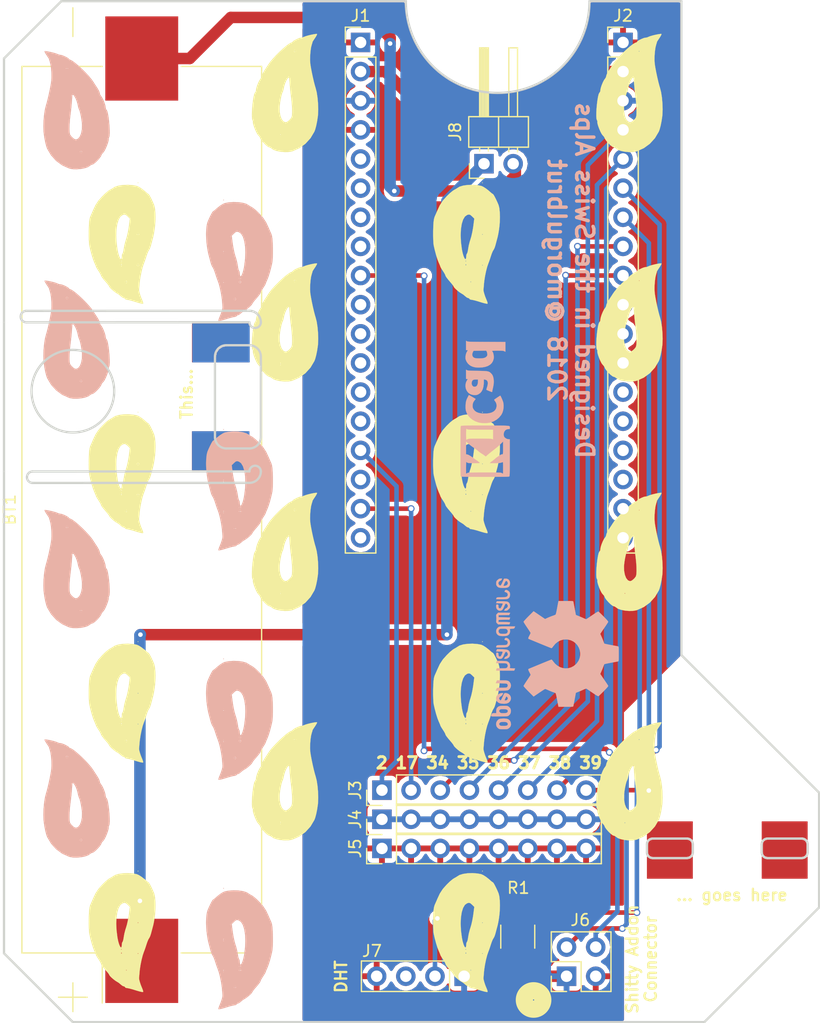
<source format=kicad_pcb>
(kicad_pcb (version 20171130) (host pcbnew 5.0.0)
  (layers (0 F.Cu signal) (31 B.Cu signal) (34 B.Paste user) (35 F.Paste user) (36 B.SilkS user) (37 F.SilkS user) (38 B.Mask user) (39 F.Mask user) (44 Edge.Cuts user))
  (net 0 "")
  (net 1 GND)
  (net 2 +5V)
  (net 3 +3V3)
  (net 4 "Net-(J1-Pad5)")
  (net 5 "Net-(J1-Pad6)")
  (net 6 "Net-(J1-Pad7)")
  (net 7 "Net-(J1-Pad8)")
  (net 8 SCL)
  (net 9 "Net-(J1-Pad10)")
  (net 10 23)
  (net 11 "Net-(J1-Pad12)")
  (net 12 "Net-(J1-Pad13)")
  (net 13 "Net-(J1-Pad14)")
  (net 14 2)
  (net 15 "Net-(J1-Pad16)")
  (net 16 17)
  (net 17 "Net-(J1-Pad18)")
  (net 18 36)
  (net 19 37)
  (net 20 38)
  (net 21 39)
  (net 22 34)
  (net 23 35)
  (net 24 "Net-(J2-Pad10)")
  (net 25 "Net-(J2-Pad11)")
  (net 26 DAC2)
  (net 27 "Net-(J2-Pad13)")
  (net 28 "Net-(J2-Pad14)")
  (net 29 "Net-(J2-Pad15)")
  (net 30 12)
  (net 31 DHT_D)
  (net 32 SDA)
  (net 33 "Net-(J7-Pad3)")
  (net 34 "Net-(BT1-Pad1)")
  (net 35 "Net-(BT1-Pad2)")
  (module Libs:gl_2 (layer F.Cu) (at 106.3 111 90)
    (fp_text reference G*** hide)
    (fp_text value LOGO hide)
  )
  (module Libs:gl_1 (layer F.Cu) (at 136.3 91 90)
    (fp_text reference G*** hide)
    (fp_text value LOGO hide)
  )
  (module Libs:gl_1 (layer F.Cu) (at 136.3 111 90)
    (fp_text reference G*** hide)
    (fp_text value LOGO hide)
  )
  (module Libs:gl_2 (layer F.Cu) (at 136.3 91 90)
    (fp_text reference G*** hide)
    (fp_text value LOGO hide)
  )
  (module Libs:gl_1 (layer F.Cu) (at 106.3 91 90)
    (fp_text reference G*** hide)
    (fp_text value LOGO hide)
  )
  (module Libs:gl_2 (layer F.Cu) (at 106.3 91 90)
    (fp_text reference G*** hide)
    (fp_text value LOGO hide)
  )
  (module Libs:gl_1 (layer F.Cu) (at 106.3 111 90)
    (fp_text reference G*** hide)
    (fp_text value LOGO hide)
  )
  (module Libs:gl_2 (layer F.Cu) (at 136.3 111 90)
    (fp_text reference G*** hide)
    (fp_text value LOGO hide)
  )
  (module Libs:gl_2 (layer F.Cu) (at 136.3 131 90)
    (fp_text reference G*** hide)
    (fp_text value LOGO hide)
  )
  (module Libs:gl_1 (layer F.Cu) (at 136.3 131 90)
    (fp_text reference G*** hide)
    (fp_text value LOGO hide)
  )
  (module Libs:gl_2 (layer F.Cu) (at 136.3 151 90)
    (fp_text reference G*** hide)
    (fp_text value LOGO hide)
  )
  (module Libs:gl_1 (layer F.Cu) (at 136.3 151 90)
    (fp_text reference G*** hide)
    (fp_text value LOGO hide)
  )
  (module Libs:gl_2 (layer F.Cu) (at 106.3 131 90)
    (fp_text reference G*** hide)
    (fp_text value LOGO hide)
  )
  (module Libs:gl_1 (layer F.Cu) (at 106.3 131 90)
    (fp_text reference G*** hide)
    (fp_text value LOGO hide)
  )
  (module Libs:gl_2 (layer B.Cu) (at 102.5 92.5 90)
    (fp_text reference G*** hide)
    (fp_text value LOGO hide)
  )
  (module Libs:gl_2 (layer B.Cu) (at 102.5 112.5 90)
    (fp_text reference G*** hide)
    (fp_text value LOGO hide)
  )
  (module Libs:gl_2 (layer B.Cu) (at 102.5 132.5 90)
    (fp_text reference G*** hide)
    (fp_text value LOGO hide)
  )
  (module Libs:gl_1 (layer B.Cu) (at 102.5 92.5 90)
    (fp_text reference G*** hide)
    (fp_text value LOGO hide)
  )
  (module Libs:gl_1 (layer B.Cu) (at 102.5 112.5 90)
    (fp_text reference G*** hide)
    (fp_text value LOGO hide)
  )
  (module Libs:gl_1 (layer B.Cu) (at 102.5 132.5 90)
    (fp_text reference G*** hide)
    (fp_text value LOGO hide)
  )
  (module Socket_Strips:Socket_Strip_Straight_1x18_Pitch2.54mm (layer F.Cu) (at 120.06 79.6)
    (fp_text reference J1 (at 0 -2.33) (layer F.SilkS))
    (fp_text value Conn_01x18_Female)
    (pad 1 thru_hole rect (at 0 0) (size 1.7 1.7) (drill 1) (layers *.Cu *.Mask) (net 1 GND))
    (pad 2 thru_hole oval (at 0 2.54) (size 1.7 1.7) (drill 1) (layers *.Cu *.Mask) (net 2 +5V))
    (pad 3 thru_hole oval (at 0 5.08) (size 1.7 1.7) (drill 1) (layers *.Cu *.Mask) (net 3 +3V3))
    (pad 4 thru_hole oval (at 0 7.62) (size 1.7 1.7) (drill 1) (layers *.Cu *.Mask) (net 1 GND))
    (pad 5 thru_hole oval (at 0 10.16) (size 1.7 1.7) (drill 1) (layers *.Cu *.Mask) (net 4 "Net-(J1-Pad5)"))
    (pad 6 thru_hole oval (at 0 12.7) (size 1.7 1.7) (drill 1) (layers *.Cu *.Mask) (net 5 "Net-(J1-Pad6)"))
    (pad 7 thru_hole oval (at 0 15.24) (size 1.7 1.7) (drill 1) (layers *.Cu *.Mask) (net 6 "Net-(J1-Pad7)"))
    (pad 8 thru_hole oval (at 0 17.78) (size 1.7 1.7) (drill 1) (layers *.Cu *.Mask) (net 7 "Net-(J1-Pad8)"))
    (pad 9 thru_hole oval (at 0 20.32) (size 1.7 1.7) (drill 1) (layers *.Cu *.Mask) (net 8 SCL))
    (pad 10 thru_hole oval (at 0 22.86) (size 1.7 1.7) (drill 1) (layers *.Cu *.Mask) (net 9 "Net-(J1-Pad10)"))
    (pad 11 thru_hole oval (at 0 25.4) (size 1.7 1.7) (drill 1) (layers *.Cu *.Mask) (net 10 23))
    (pad 12 thru_hole oval (at 0 27.94) (size 1.7 1.7) (drill 1) (layers *.Cu *.Mask) (net 11 "Net-(J1-Pad12)"))
    (pad 13 thru_hole oval (at 0 30.48) (size 1.7 1.7) (drill 1) (layers *.Cu *.Mask) (net 12 "Net-(J1-Pad13)"))
    (pad 14 thru_hole oval (at 0 33.02) (size 1.7 1.7) (drill 1) (layers *.Cu *.Mask) (net 13 "Net-(J1-Pad14)"))
    (pad 15 thru_hole oval (at 0 35.56) (size 1.7 1.7) (drill 1) (layers *.Cu *.Mask) (net 14 2))
    (pad 16 thru_hole oval (at 0 38.1) (size 1.7 1.7) (drill 1) (layers *.Cu *.Mask) (net 15 "Net-(J1-Pad16)"))
    (pad 17 thru_hole oval (at 0 40.64) (size 1.7 1.7) (drill 1) (layers *.Cu *.Mask) (net 16 17))
    (pad 18 thru_hole oval (at 0 43.18) (size 1.7 1.7) (drill 1) (layers *.Cu *.Mask) (net 17 "Net-(J1-Pad18)"))
  )
  (module Socket_Strips:Socket_Strip_Straight_1x18_Pitch2.54mm (layer F.Cu) (at 142.92 79.6)
    (fp_text reference J2 (at 0 -2.33) (layer F.SilkS))
    (fp_text value Conn_01x18_Female)
    (pad 1 thru_hole rect (at 0 0) (size 1.7 1.7) (drill 1) (layers *.Cu *.Mask) (net 1 GND))
    (pad 2 thru_hole oval (at 0 2.54) (size 1.7 1.7) (drill 1) (layers *.Cu *.Mask) (net 2 +5V))
    (pad 3 thru_hole oval (at 0 5.08) (size 1.7 1.7) (drill 1) (layers *.Cu *.Mask) (net 3 +3V3))
    (pad 4 thru_hole oval (at 0 7.62) (size 1.7 1.7) (drill 1) (layers *.Cu *.Mask) (net 18 36))
    (pad 5 thru_hole oval (at 0 10.16) (size 1.7 1.7) (drill 1) (layers *.Cu *.Mask) (net 19 37))
    (pad 6 thru_hole oval (at 0 12.7) (size 1.7 1.7) (drill 1) (layers *.Cu *.Mask) (net 20 38))
    (pad 7 thru_hole oval (at 0 15.24) (size 1.7 1.7) (drill 1) (layers *.Cu *.Mask) (net 21 39))
    (pad 8 thru_hole oval (at 0 17.78) (size 1.7 1.7) (drill 1) (layers *.Cu *.Mask) (net 22 34))
    (pad 9 thru_hole oval (at 0 20.32) (size 1.7 1.7) (drill 1) (layers *.Cu *.Mask) (net 23 35))
    (pad 10 thru_hole oval (at 0 22.86) (size 1.7 1.7) (drill 1) (layers *.Cu *.Mask) (net 24 "Net-(J2-Pad10)"))
    (pad 11 thru_hole oval (at 0 25.4) (size 1.7 1.7) (drill 1) (layers *.Cu *.Mask) (net 25 "Net-(J2-Pad11)"))
    (pad 12 thru_hole oval (at 0 27.94) (size 1.7 1.7) (drill 1) (layers *.Cu *.Mask) (net 26 DAC2))
    (pad 13 thru_hole oval (at 0 30.48) (size 1.7 1.7) (drill 1) (layers *.Cu *.Mask) (net 27 "Net-(J2-Pad13)"))
    (pad 14 thru_hole oval (at 0 33.02) (size 1.7 1.7) (drill 1) (layers *.Cu *.Mask) (net 28 "Net-(J2-Pad14)"))
    (pad 15 thru_hole oval (at 0 35.56) (size 1.7 1.7) (drill 1) (layers *.Cu *.Mask) (net 29 "Net-(J2-Pad15)"))
    (pad 16 thru_hole oval (at 0 38.1) (size 1.7 1.7) (drill 1) (layers *.Cu *.Mask) (net 30 12))
    (pad 17 thru_hole oval (at 0 40.64) (size 1.7 1.7) (drill 1) (layers *.Cu *.Mask) (net 31 DHT_D))
    (pad 18 thru_hole oval (at 0 43.18) (size 1.7 1.7) (drill 1) (layers *.Cu *.Mask) (net 32 SDA))
  )
  (module Pin_Headers:Pin_Header_Straight_1x08_Pitch2.54mm (layer F.Cu) (at 121.92 144.78 90)
    (fp_text reference J3 (at 0 -2.33 90) (layer F.SilkS))
    (fp_text value Conn_01x08)
    (pad 1 thru_hole rect (at 0 0 90) (size 1.7 1.7) (drill 1) (layers *.Cu *.Mask) (net 14 2))
    (pad 2 thru_hole oval (at 0 2.54 90) (size 1.7 1.7) (drill 1) (layers *.Cu *.Mask) (net 16 17))
    (pad 3 thru_hole oval (at 0 5.08 90) (size 1.7 1.7) (drill 1) (layers *.Cu *.Mask) (net 22 34))
    (pad 4 thru_hole oval (at 0 7.62 90) (size 1.7 1.7) (drill 1) (layers *.Cu *.Mask) (net 23 35))
    (pad 5 thru_hole oval (at 0 10.16 90) (size 1.7 1.7) (drill 1) (layers *.Cu *.Mask) (net 18 36))
    (pad 6 thru_hole oval (at 0 12.7 90) (size 1.7 1.7) (drill 1) (layers *.Cu *.Mask) (net 19 37))
    (pad 7 thru_hole oval (at 0 15.24 90) (size 1.7 1.7) (drill 1) (layers *.Cu *.Mask) (net 20 38))
    (pad 8 thru_hole oval (at 0 17.78 90) (size 1.7 1.7) (drill 1) (layers *.Cu *.Mask) (net 21 39))
  )
  (module Pin_Headers:Pin_Header_Straight_1x08_Pitch2.54mm (layer F.Cu) (at 121.92 147.32 90)
    (fp_text reference J4 (at 0 -2.33 90) (layer F.SilkS))
    (fp_text value Conn_01x08)
    (pad 1 thru_hole rect (at 0 0 90) (size 1.7 1.7) (drill 1) (layers *.Cu *.Mask) (net 3 +3V3))
    (pad 2 thru_hole oval (at 0 2.54 90) (size 1.7 1.7) (drill 1) (layers *.Cu *.Mask) (net 3 +3V3))
    (pad 3 thru_hole oval (at 0 5.08 90) (size 1.7 1.7) (drill 1) (layers *.Cu *.Mask) (net 3 +3V3))
    (pad 4 thru_hole oval (at 0 7.62 90) (size 1.7 1.7) (drill 1) (layers *.Cu *.Mask) (net 3 +3V3))
    (pad 5 thru_hole oval (at 0 10.16 90) (size 1.7 1.7) (drill 1) (layers *.Cu *.Mask) (net 3 +3V3))
    (pad 6 thru_hole oval (at 0 12.7 90) (size 1.7 1.7) (drill 1) (layers *.Cu *.Mask) (net 3 +3V3))
    (pad 7 thru_hole oval (at 0 15.24 90) (size 1.7 1.7) (drill 1) (layers *.Cu *.Mask) (net 3 +3V3))
    (pad 8 thru_hole oval (at 0 17.78 90) (size 1.7 1.7) (drill 1) (layers *.Cu *.Mask) (net 3 +3V3))
  )
  (module Pin_Headers:Pin_Header_Straight_1x08_Pitch2.54mm (layer F.Cu) (at 121.92 149.86 90)
    (fp_text reference J5 (at 0 -2.33 90) (layer F.SilkS))
    (fp_text value Conn_01x08)
    (pad 1 thru_hole rect (at 0 0 90) (size 1.7 1.7) (drill 1) (layers *.Cu *.Mask) (net 1 GND))
    (pad 2 thru_hole oval (at 0 2.54 90) (size 1.7 1.7) (drill 1) (layers *.Cu *.Mask) (net 1 GND))
    (pad 3 thru_hole oval (at 0 5.08 90) (size 1.7 1.7) (drill 1) (layers *.Cu *.Mask) (net 1 GND))
    (pad 4 thru_hole oval (at 0 7.62 90) (size 1.7 1.7) (drill 1) (layers *.Cu *.Mask) (net 1 GND))
    (pad 5 thru_hole oval (at 0 10.16 90) (size 1.7 1.7) (drill 1) (layers *.Cu *.Mask) (net 1 GND))
    (pad 6 thru_hole oval (at 0 12.7 90) (size 1.7 1.7) (drill 1) (layers *.Cu *.Mask) (net 1 GND))
    (pad 7 thru_hole oval (at 0 15.24 90) (size 1.7 1.7) (drill 1) (layers *.Cu *.Mask) (net 1 GND))
    (pad 8 thru_hole oval (at 0 17.78 90) (size 1.7 1.7) (drill 1) (layers *.Cu *.Mask) (net 1 GND))
  )
  (module Pin_Headers:Pin_Header_Straight_2x02_Pitch2.54mm (layer F.Cu) (at 138 161 90)
    (fp_text reference J6 (at 4.9 1.2) (layer F.SilkS))
    (fp_text value Conn_02x02_Top_Bottom)
    (pad 1 thru_hole rect (at 0 0 90) (size 1.7 1.7) (drill 1) (layers *.Cu *.Mask) (net 3 +3V3))
    (pad 2 thru_hole oval (at 2.54 0 90) (size 1.7 1.7) (drill 1) (layers *.Cu *.Mask) (net 32 SDA))
    (pad 3 thru_hole oval (at 0 2.54 90) (size 1.7 1.7) (drill 1) (layers *.Cu *.Mask) (net 1 GND))
    (pad 4 thru_hole oval (at 2.54 2.54 90) (size 1.7 1.7) (drill 1) (layers *.Cu *.Mask) (net 8 SCL))
  )
  (module Pin_Headers:Pin_Header_Straight_1x04_Pitch2.54mm (layer F.Cu) (at 129.08 161 270)
    (fp_text reference J7 (at -2.2 8.03) (layer F.SilkS))
    (fp_text value Conn_01x04)
    (pad 1 thru_hole rect (at 0 0 270) (size 1.7 1.7) (drill 1) (layers *.Cu *.Mask) (net 3 +3V3))
    (pad 2 thru_hole oval (at 0 2.54 270) (size 1.7 1.7) (drill 1) (layers *.Cu *.Mask) (net 31 DHT_D))
    (pad 3 thru_hole oval (at 0 5.08 270) (size 1.7 1.7) (drill 1) (layers *.Cu *.Mask) (net 33 "Net-(J7-Pad3)"))
    (pad 4 thru_hole oval (at 0 7.62 270) (size 1.7 1.7) (drill 1) (layers *.Cu *.Mask) (net 1 GND))
  )
  (module Battery_Holders:Keystone_1042_1x18650 (layer F.Cu) (at 101 120.33 90)
    (fp_text reference BT1 (at 0 -11.5 90) (layer F.SilkS))
    (fp_text value Battery_Cell)
    (pad 1 smd rect (at -39.33 0 90) (size 7.34 6.35) (layers F.Cu F.Paste F.Mask) (net 34 "Net-(BT1-Pad1)"))
    (pad 2 smd rect (at 39.33 0 90) (size 7.34 6.35) (layers F.Cu F.Paste F.Mask) (net 35 "Net-(BT1-Pad2)"))
    (pad "" np_thru_hole circle (at 27.6 -8 90) (size 3.45 3.45) (drill 3.45) (layers *.Cu *.Mask))
    (pad "" np_thru_hole circle (at -27.6 8 90) (size 3.45 3.45) (drill 3.45) (layers *.Cu *.Mask))
    (pad "" np_thru_hole circle (at -35.93 -8 90) (size 2.39 2.39) (drill 2.39) (layers *.Cu *.Mask))
  )
  (module Pin_Headers:Pin_Header_Angled_1x02_Pitch2.54mm (layer F.Cu) (at 130.81 90.17 90)
    (fp_text reference J8 (at 2.77 -2.51 90) (layer F.SilkS))
    (fp_text value Conn_01x02)
    (pad 1 thru_hole rect (at 0 0 90) (size 1.7 1.7) (drill 1) (layers *.Cu *.Mask) (net 34 "Net-(BT1-Pad1)"))
    (pad 2 thru_hole oval (at 0 2.54 90) (size 1.7 1.7) (drill 1) (layers *.Cu *.Mask) (net 35 "Net-(BT1-Pad2)"))
  )
  (module Symbols:OSHW-Logo2_14.6x12mm_SilkScreen (layer B.Cu) (at 137 132.9 90)
    (fp_text reference REF*** hide)
    (fp_text value OSHW-Logo2_14.6x12mm_SilkScreen hide)
  )
  (module Symbols:Symbol_KiCAD-Logo_CopperAndSilkScreenTop (layer B.Cu) (at 131.1 111.55 90)
    (fp_text reference REF** hide)
    (fp_text value "KiCAD Logo" hide)
  )
  (module Libs:gl_1 (layer B.Cu) (at 102.5 152.5 90)
    (fp_text reference G*** hide)
    (fp_text value LOGO hide)
  )
  (module Libs:gl_2 (layer B.Cu) (at 102.5 152.5 90)
    (fp_text reference G*** hide)
    (fp_text value LOGO hide)
  )
  (module Libs:gl_2 (layer F.Cu) (at 106.3 151 90)
    (fp_text reference G*** hide)
    (fp_text value LOGO hide)
  )
  (module Libs:gl_1 (layer F.Cu) (at 106.3 151 90)
    (fp_text reference G*** hide)
    (fp_text value LOGO hide)
  )
  (module Resistors_SMD:R_1210_HandSoldering (layer F.Cu) (at 133.75 157.55 90)
    (fp_text reference R1 (at 4.25 0.05 180) (layer F.SilkS))
    (fp_text value 5k1)
    (pad 2 smd rect (at 2 0 90) (size 2 2.5) (layers F.Cu F.Paste F.Mask) (net 31 DHT_D))
    (pad 1 smd rect (at -2 0 90) (size 2 2.5) (layers F.Cu F.Paste F.Mask) (net 3 +3V3))
  )
  (gr_arc (start 90.95 103.5) (end 90.95 103) (angle -180) (layer Edge.Cuts) (width 0.2))
  (gr_arc (start 91.5 117.5) (end 91.5 117) (angle -180) (layer Edge.Cuts) (width 0.2))
  (gr_text "... goes here" (at 152.4 153.924) (layer F.SilkS) (effects (font (size 1 1) (thickness 0.2))))
  (gr_text This... (at 104.902 110.236 90) (layer F.SilkS) (effects (font (size 1 1) (thickness 0.2))))
  (gr_text DHT (at 118.364 161.036 90) (layer F.SilkS) (effects (font (size 1 1) (thickness 0.2))))
  (gr_text "Shitty Addon\nConnector" (at 144.526 159.512 90) (layer F.SilkS) (effects (font (size 1 1) (thickness 0.2))))
  (gr_circle (center 135.128 163.068) (end 135.89 163.322) (layer F.SilkS) (width 1.5))
  (gr_text "Designed in the Swiss Alps\n2018 @morgulbrut" (at 138.35 100.35 270) (layer B.SilkS) (effects (font (size 1.5 1.5) (thickness 0.3)) (justify mirror)))
  (gr_text "2 17 34 35 36 37 38 39" (at 131.2418 142.4051) (layer F.SilkS) (effects (font (size 1 1) (thickness 0.25))))
  (gr_arc (start 132 76) (end 140 76) (angle 180) (layer Edge.Cuts) (width 0.2))
  (gr_line (start 89 104) (end 89 81) (layer Edge.Cuts) (width 0.2))
  (gr_line (start 148 76) (end 140 76) (layer Edge.Cuts) (width 0.2))
  (gr_line (start 148 133) (end 148 76) (layer Edge.Cuts) (width 0.2))
  (gr_line (start 160 145) (end 148 133) (layer Edge.Cuts) (width 0.2))
  (gr_line (start 160 155) (end 160 145) (layer Edge.Cuts) (width 0.2))
  (gr_line (start 150 165) (end 160 155) (layer Edge.Cuts) (width 0.2))
  (gr_line (start 95 165) (end 150 165) (layer Edge.Cuts) (width 0.2))
  (gr_line (start 89 159) (end 95 165) (layer Edge.Cuts) (width 0.2))
  (gr_line (start 89 117) (end 89 159) (layer Edge.Cuts) (width 0.2))
  (gr_line (start 94 76) (end 89 81) (layer Edge.Cuts) (width 0.2))
  (gr_line (start 124 76) (end 94 76) (layer Edge.Cuts) (width 0.2))
  (gr_circle (center 95 110) (end 98.6 110) (layer Edge.Cuts) (width 0.2))
  (gr_line (start 155 149.5) (end 155 150.2) (layer Edge.Cuts) (width 0.2))
  (gr_arc (start 155.5 150.2) (end 155.5 150.7) (angle 90) (layer Edge.Cuts) (width 0.2))
  (gr_arc (start 155.5 149.5) (end 155 149.5) (angle 90) (layer Edge.Cuts) (width 0.2))
  (gr_line (start 149 149.5) (end 149 150.2) (layer Edge.Cuts) (width 0.2))
  (gr_arc (start 148.5 150.2) (end 149 150.2) (angle 90) (layer Edge.Cuts) (width 0.2))
  (gr_arc (start 148.5 149.5) (end 148.5 149) (angle 90) (layer Edge.Cuts) (width 0.2))
  (gr_line (start 145 149.5) (end 145 150.2) (layer Edge.Cuts) (width 0.2))
  (gr_arc (start 145.5 150.2) (end 145.5 150.7) (angle 90) (layer Edge.Cuts) (width 0.2))
  (gr_arc (start 145.5 149.5) (end 145 149.5) (angle 90) (layer Edge.Cuts) (width 0.2))
  (gr_line (start 159 149.5) (end 159 150.2) (layer Edge.Cuts) (width 0.2))
  (gr_arc (start 158.5 150.2) (end 159 150.2) (angle 90) (layer Edge.Cuts) (width 0.2))
  (gr_arc (start 158.5 149.5) (end 158.5 149) (angle 90) (layer Edge.Cuts) (width 0.2))
  (gr_line (start 145.5 150.7) (end 148.5 150.7) (layer Edge.Cuts) (width 0.2))
  (gr_line (start 145.5 149) (end 148.5 149) (layer Edge.Cuts) (width 0.2))
  (gr_line (start 155.5 150.7) (end 158.5 150.7) (layer Edge.Cuts) (width 0.2))
  (gr_line (start 155.5 149) (end 158.5 149) (layer Edge.Cuts) (width 0.2))
  (gr_line (start 110.373969 105.991801) (end 108.373969 105.991801) (layer Edge.Cuts) (width 0.2))
  (gr_line (start 110.373969 114.991801) (end 108.373969 114.991801) (layer Edge.Cuts) (width 0.2))
  (gr_arc (start 110.373969 106.991801) (end 110.373969 105.991801) (angle 89.9) (layer Edge.Cuts) (width 0.2))
  (gr_arc (start 108.373969 106.991801) (end 107.373969 106.991801) (angle 90) (layer Edge.Cuts) (width 0.2))
  (gr_arc (start 108.373969 113.991801) (end 108.373969 114.991801) (angle 90) (layer Edge.Cuts) (width 0.2))
  (gr_arc (start 110.373969 113.991801) (end 111.373969 113.991801) (angle 90) (layer Edge.Cuts) (width 0.2))
  (gr_line (start 89 104) (end 89 117) (layer Edge.Cuts) (width 0.2))
  (gr_line (start 107.373969 113.991801) (end 107.373969 106.991801) (layer Edge.Cuts) (width 0.2))
  (gr_line (start 111.373969 106.991801) (end 111.373969 113.991801) (layer Edge.Cuts) (width 0.2))
  (gr_arc (start 110.873969 116.999801) (end 110.373969 116.999801) (angle 180) (layer Edge.Cuts) (width 0.2))
  (gr_arc (start 110.873969 103.991801) (end 111.373969 103.991801) (angle 180) (layer Edge.Cuts) (width 0.2))
  (gr_line (start 91.45 117) (end 110.373969 116.991801) (layer Edge.Cuts) (width 0.2))
  (gr_line (start 110.373969 103.991801) (end 90.95 104) (layer Edge.Cuts) (width 0.2))
  (gr_arc (start 110.373969 103.991801) (end 110.373969 102.991801) (angle 89.9) (layer Edge.Cuts) (width 0.2))
  (gr_arc (start 110.373969 116.991801) (end 111.373969 116.991801) (angle 90) (layer Edge.Cuts) (width 0.2))
  (gr_line (start 91.55 118) (end 110.373969 117.991801) (layer Edge.Cuts) (width 0.2))
  (gr_line (start 90.95 103) (end 110.373969 102.991801) (layer Edge.Cuts) (width 0.2))
  (segment (start 120.06 82.14) (end 122.224797 82.14) (width 1) (layer F.Cu) (net 2))
  (segment (start 122.224797 82.14) (end 126.928469 86.843672) (width 1) (layer F.Cu) (net 2))
  (segment (start 126.928469 86.843672) (end 136.640615 86.843672) (width 1) (layer F.Cu) (net 2))
  (segment (start 136.640615 86.843672) (end 141.344287 82.14) (width 1) (layer F.Cu) (net 2))
  (segment (start 141.344287 82.14) (end 142.92 82.14) (width 1) (layer F.Cu) (net 2))
  (segment (start 135.2 161) (end 133.75 159.55) (width 1) (layer F.Cu) (net 3))
  (segment (start 138 161) (end 135.2 161) (width 1) (layer F.Cu) (net 3))
  (segment (start 140.54 158.46) (end 140.54 157.257919) (width 0.4) (layer B.Cu) (net 8))
  (segment (start 142.427806 155.370113) (end 142.427806 142.173806) (width 0.4) (layer B.Cu) (net 8))
  (segment (start 142.427806 142.173806) (end 141.732 141.478) (width 0.4) (layer B.Cu) (net 8))
  (segment (start 140.54 157.257919) (end 142.427806 155.370113) (width 0.4) (layer B.Cu) (net 8))
  (segment (start 120.06 99.92) (end 125.563688 99.92) (width 0.4) (layer F.Cu) (net 8))
  (via (at 125.589533 99.945845) (size 0.6) (drill 0.4) (layers F.Cu B.Cu) (net 8))
  (segment (start 125.563688 99.92) (end 125.589533 99.945845) (width 0.4) (layer F.Cu) (net 8))
  (segment (start 125.563688 99.92) (end 125.589533 99.945845) (width 0.4) (layer B.Cu) (net 8))
  (segment (start 125.589533 99.945845) (end 125.589533 140.922128) (width 0.4) (layer B.Cu) (net 8))
  (segment (start 125.589533 140.922128) (end 125.589533 141.346392) (width 0.4) (layer B.Cu) (net 8))
  (segment (start 125.757924 141.178001) (end 125.589533 141.346392) (width 0.4) (layer F.Cu) (net 8))
  (segment (start 141.432001 141.178001) (end 125.757924 141.178001) (width 0.4) (layer F.Cu) (net 8))
  (segment (start 141.732 141.478) (end 141.432001 141.178001) (width 0.4) (layer F.Cu) (net 8))
  (via (at 125.589533 141.346392) (size 0.6) (drill 0.4) (layers F.Cu B.Cu) (net 8))
  (via (at 141.732 141.478) (size 0.6) (drill 0.4) (layers F.Cu B.Cu) (net 8))
  (segment (start 123.19 142.26) (end 123.19 118.29) (width 0.4) (layer B.Cu) (net 14))
  (segment (start 123.19 118.29) (end 120.06 115.16) (width 0.4) (layer B.Cu) (net 14))
  (segment (start 121.92 144.78) (end 121.92 143.53) (width 0.4) (layer B.Cu) (net 14))
  (segment (start 121.92 143.53) (end 123.19 142.26) (width 0.4) (layer B.Cu) (net 14))
  (segment (start 120.06 120.24) (end 124.46 120.24) (width 0.4) (layer F.Cu) (net 16))
  (via (at 124.46 120.24) (size 0.6) (drill 0.4) (layers F.Cu B.Cu) (net 16))
  (segment (start 124.46 144.78) (end 124.46 120.24) (width 0.4) (layer B.Cu) (net 16))
  (segment (start 132.08 144.78) (end 132.929999 143.930001) (width 0.4) (layer B.Cu) (net 18))
  (segment (start 139.854598 90.285402) (end 142.070001 88.069999) (width 0.4) (layer B.Cu) (net 18))
  (segment (start 132.963497 143.930001) (end 139.854598 137.0389) (width 0.4) (layer B.Cu) (net 18))
  (segment (start 132.929999 143.930001) (end 132.963497 143.930001) (width 0.4) (layer B.Cu) (net 18))
  (segment (start 139.854598 137.0389) (end 139.854598 90.285402) (width 0.4) (layer B.Cu) (net 18))
  (segment (start 142.070001 88.069999) (end 142.92 87.22) (width 0.4) (layer B.Cu) (net 18))
  (segment (start 140.654609 92.025391) (end 140.654609 138.745391) (width 0.4) (layer B.Cu) (net 19))
  (segment (start 142.92 89.76) (end 140.654609 92.025391) (width 0.4) (layer B.Cu) (net 19))
  (segment (start 135.469999 143.930001) (end 134.62 144.78) (width 0.4) (layer B.Cu) (net 19))
  (segment (start 140.654609 138.745391) (end 135.469999 143.930001) (width 0.4) (layer B.Cu) (net 19))
  (segment (start 146.102157 140.967884) (end 145.802158 141.267883) (width 0.4) (layer B.Cu) (net 20))
  (segment (start 146.102157 95.482157) (end 146.102157 140.967884) (width 0.4) (layer B.Cu) (net 20))
  (segment (start 142.92 92.3) (end 146.102157 95.482157) (width 0.4) (layer B.Cu) (net 20))
  (segment (start 145.502159 141.567882) (end 145.802158 141.267883) (width 0.4) (layer F.Cu) (net 20))
  (segment (start 139.462891 142.477109) (end 144.592932 142.477109) (width 0.4) (layer F.Cu) (net 20))
  (segment (start 137.16 144.78) (end 139.462891 142.477109) (width 0.4) (layer F.Cu) (net 20))
  (via (at 145.802158 141.267883) (size 0.6) (drill 0.4) (layers F.Cu B.Cu) (net 20))
  (segment (start 144.592932 142.477109) (end 145.502159 141.567882) (width 0.4) (layer F.Cu) (net 20))
  (segment (start 145.163802 141.990838) (end 145.163802 144.389535) (width 0.4) (layer B.Cu) (net 21))
  (segment (start 145.170012 97.090012) (end 145.170012 140.597336) (width 0.4) (layer B.Cu) (net 21))
  (segment (start 142.92 94.84) (end 145.170012 97.090012) (width 0.4) (layer B.Cu) (net 21))
  (segment (start 144.902157 140.865191) (end 144.902157 141.729193) (width 0.4) (layer B.Cu) (net 21))
  (segment (start 144.902157 141.729193) (end 145.163802 141.990838) (width 0.4) (layer B.Cu) (net 21))
  (segment (start 145.163802 144.389535) (end 145.163802 144.813799) (width 0.4) (layer B.Cu) (net 21))
  (segment (start 145.170012 140.597336) (end 144.902157 140.865191) (width 0.4) (layer B.Cu) (net 21))
  (segment (start 145.130003 144.78) (end 145.163802 144.813799) (width 0.4) (layer F.Cu) (net 21))
  (segment (start 139.7 144.78) (end 145.130003 144.78) (width 0.4) (layer F.Cu) (net 21))
  (via (at 145.163802 144.813799) (size 0.6) (drill 0.4) (layers F.Cu B.Cu) (net 21))
  (segment (start 133.738559 141.882131) (end 133.43856 142.18213) (width 0.4) (layer B.Cu) (net 22))
  (segment (start 138.954588 136.666102) (end 133.738559 141.882131) (width 0.4) (layer B.Cu) (net 22))
  (segment (start 133.014296 142.18213) (end 133.43856 142.18213) (width 0.4) (layer F.Cu) (net 22))
  (segment (start 129.59787 142.18213) (end 133.014296 142.18213) (width 0.4) (layer F.Cu) (net 22))
  (segment (start 127 144.78) (end 129.59787 142.18213) (width 0.4) (layer F.Cu) (net 22))
  (via (at 133.43856 142.18213) (size 0.6) (drill 0.4) (layers F.Cu B.Cu) (net 22))
  (segment (start 138.954588 97.372364) (end 138.954588 136.666102) (width 0.4) (layer B.Cu) (net 22))
  (segment (start 142.92 97.38) (end 138.962224 97.38) (width 0.4) (layer F.Cu) (net 22))
  (via (at 138.954588 97.372364) (size 0.6) (drill 0.4) (layers F.Cu B.Cu) (net 22))
  (segment (start 138.962224 97.38) (end 138.954588 97.372364) (width 0.4) (layer F.Cu) (net 22))
  (segment (start 129.54 144.592448) (end 137.92756 136.204888) (width 0.4) (layer B.Cu) (net 23))
  (segment (start 137.92756 136.204888) (end 137.92756 100.320988) (width 0.4) (layer B.Cu) (net 23))
  (segment (start 137.92289 100.316318) (end 137.92289 99.892054) (width 0.4) (layer B.Cu) (net 23))
  (segment (start 137.92756 100.320988) (end 137.92289 100.316318) (width 0.4) (layer B.Cu) (net 23))
  (segment (start 129.54 144.78) (end 129.54 144.592448) (width 0.4) (layer B.Cu) (net 23))
  (segment (start 137.950836 99.92) (end 137.92289 99.892054) (width 0.4) (layer F.Cu) (net 23))
  (via (at 137.92289 99.892054) (size 0.6) (drill 0.4) (layers F.Cu B.Cu) (net 23))
  (segment (start 142.92 99.92) (end 137.950836 99.92) (width 0.4) (layer F.Cu) (net 23))
  (segment (start 142.92 120.24) (end 144.370001 121.690001) (width 0.4) (layer B.Cu) (net 31))
  (segment (start 144.127827 155.023736) (end 144.127827 155.448) (width 0.4) (layer B.Cu) (net 31))
  (segment (start 144.370001 121.690001) (end 144.370001 140.265961) (width 0.4) (layer B.Cu) (net 31))
  (segment (start 144.370001 140.265961) (end 144.102146 140.533816) (width 0.4) (layer B.Cu) (net 31))
  (segment (start 144.102146 140.533816) (end 144.102146 142.104532) (width 0.4) (layer B.Cu) (net 31))
  (segment (start 144.102146 142.104532) (end 144.127827 142.130213) (width 0.4) (layer B.Cu) (net 31))
  (segment (start 144.127827 142.130213) (end 144.127827 155.023736) (width 0.4) (layer B.Cu) (net 31))
  (segment (start 126.746 155.956) (end 127.254 155.448) (width 0.4) (layer F.Cu) (net 31))
  (segment (start 143.703563 155.448) (end 144.127827 155.448) (width 0.4) (layer F.Cu) (net 31))
  (via (at 144.127827 155.448) (size 0.6) (drill 0.4) (layers F.Cu B.Cu) (net 31))
  (segment (start 127.254 155.448) (end 143.703563 155.448) (width 0.4) (layer F.Cu) (net 31))
  (segment (start 126.54 161) (end 126.54 156.162) (width 0.4) (layer B.Cu) (net 31))
  (segment (start 126.54 156.162) (end 126.746 155.956) (width 0.4) (layer B.Cu) (net 31))
  (via (at 126.746 155.956) (size 0.6) (drill 0.4) (layers F.Cu B.Cu) (net 31))
  (segment (start 142.92 122.78) (end 142.657303 123.042697) (width 0.4) (layer B.Cu) (net 32))
  (segment (start 143.227817 141.842431) (end 143.227817 156.466883) (width 0.4) (layer B.Cu) (net 32))
  (segment (start 142.657303 123.042697) (end 142.657303 141.271917) (width 0.4) (layer B.Cu) (net 32))
  (segment (start 142.657303 141.271917) (end 143.227817 141.842431) (width 0.4) (layer B.Cu) (net 32))
  (segment (start 143.227817 156.466883) (end 143.158526 156.536174) (width 0.4) (layer B.Cu) (net 32))
  (segment (start 143.158526 156.536174) (end 142.858527 156.836173) (width 0.4) (layer B.Cu) (net 32))
  (segment (start 142.434263 156.836173) (end 142.858527 156.836173) (width 0.4) (layer F.Cu) (net 32))
  (segment (start 139.623827 156.836173) (end 142.434263 156.836173) (width 0.4) (layer F.Cu) (net 32))
  (segment (start 138 158.46) (end 139.623827 156.836173) (width 0.4) (layer F.Cu) (net 32))
  (via (at 142.858527 156.836173) (size 0.6) (drill 0.4) (layers F.Cu B.Cu) (net 32))
  (segment (start 100.838 131.267782) (end 100.883814 131.221968) (width 1) (layer B.Cu) (net 34))
  (segment (start 100.838 154.432) (end 100.838 131.267782) (width 1) (layer B.Cu) (net 34))
  (segment (start 100.884907 131.223061) (end 100.883814 131.221968) (width 1) (layer F.Cu) (net 34))
  (segment (start 127.579147 131.223061) (end 100.884907 131.223061) (width 1) (layer F.Cu) (net 34))
  (via (at 100.883814 131.221968) (size 0.6) (drill 0.4) (layers F.Cu B.Cu) (net 34))
  (segment (start 127.579147 130.798797) (end 127.579147 131.223061) (width 1) (layer B.Cu) (net 34))
  (segment (start 127.579147 93.420853) (end 127.579147 130.798797) (width 1) (layer B.Cu) (net 34))
  (segment (start 131 90) (end 127.579147 93.420853) (width 1) (layer B.Cu) (net 34))
  (via (at 127.579147 131.223061) (size 0.6) (drill 0.4) (layers F.Cu B.Cu) (net 34))
  (segment (start 100.838 154.432) (end 100.838 159.498) (width 1) (layer F.Cu) (net 34))
  (segment (start 100.838 159.498) (end 101 159.66) (width 1) (layer F.Cu) (net 34))
  (via (at 100.838 154.432) (size 0.6) (drill 0.4) (layers F.Cu B.Cu) (net 34))
  (segment (start 101 81) (end 105.175 81) (width 1) (layer F.Cu) (net 35))
  (segment (start 105.175 81) (end 108.753669 77.421331) (width 1) (layer F.Cu) (net 35))
  (segment (start 108.753669 77.421331) (end 120.875283 77.421331) (width 1) (layer F.Cu) (net 35))
  (segment (start 120.875283 77.421331) (end 122.63153 79.177578) (width 1) (layer F.Cu) (net 35))
  (segment (start 122.63153 79.177578) (end 122.63153 79.272385) (width 1) (layer F.Cu) (net 35))
  (segment (start 122.63153 79.272385) (end 122.63153 79.696649) (width 1) (layer F.Cu) (net 35))
  (segment (start 122.63153 92.18624) (end 122.63153 80.120913) (width 1) (layer B.Cu) (net 35))
  (segment (start 122.99545 92.55016) (end 122.63153 92.18624) (width 1) (layer B.Cu) (net 35))
  (segment (start 122.63153 80.120913) (end 122.63153 79.696649) (width 1) (layer B.Cu) (net 35))
  (via (at 122.63153 79.696649) (size 0.6) (drill 0.4) (layers F.Cu B.Cu) (net 35))
  (segment (start 122.99545 92.55016) (end 132.191921 92.55016) (width 1) (layer F.Cu) (net 35))
  (segment (start 132.191921 92.55016) (end 133.54 91.202081) (width 1) (layer F.Cu) (net 35))
  (segment (start 133.54 91.202081) (end 133.54 90) (width 1) (layer F.Cu) (net 35))
  (via (at 122.99545 92.55016) (size 0.6) (drill 0.4) (layers F.Cu B.Cu) (net 35))
  (zone (net 0) (net_name "") (layer F.Cu) (connect_pads yes (clearance 0)) (min_thickness 0.05) (fill yes (arc_segments 16) (thermal_gap 0.06) (thermal_bridge_width 0.06))
    (polygon (pts (xy 110.373969 107.491801) (xy 105.373969 107.491801) (xy 105.373969 103.991801) (xy 109.873969 103.991801) (xy 110.373969 103.991801) (xy 110.373969 105.991801)))
  )
  (zone (net 0) (net_name "") (layer F.Cu) (connect_pads yes (clearance 0)) (min_thickness 0.05) (fill yes (mode segment) (arc_segments 16) (thermal_gap 0.06) (thermal_bridge_width 0.06))
    (polygon (pts (xy 110.373969 116.991801) (xy 105.373969 116.991801) (xy 105.373969 113.491801) (xy 109.873969 113.491801) (xy 110.373969 113.491801) (xy 110.373969 115.491801)))
  )
  (zone (net 0) (net_name "") (layer B.Cu) (connect_pads yes (clearance 0)) (min_thickness 0.05) (fill yes (arc_segments 16) (thermal_gap 0.06) (thermal_bridge_width 0.06))
    (polygon (pts (xy 110.401241 107.491801) (xy 105.401241 107.491801) (xy 105.401241 103.991801) (xy 109.901241 103.991801) (xy 110.401241 103.991801) (xy 110.401241 105.991801)))
  )
  (zone (net 0) (net_name "") (layer B.Cu) (connect_pads yes (clearance 0)) (min_thickness 0.05) (fill yes (arc_segments 16) (thermal_gap 0.06) (thermal_bridge_width 0.06))
    (polygon (pts (xy 110.373969 116.991801) (xy 105.373969 116.991801) (xy 105.373969 113.491801) (xy 109.873969 113.491801) (xy 110.373969 113.491801) (xy 110.373969 115.491801)))
  )
  (zone (net 0) (net_name "") (layer F.Cu) (connect_pads yes (clearance 0)) (min_thickness 0.05) (fill yes (arc_segments 16) (thermal_gap 0.06) (thermal_bridge_width 0.06))
    (polygon (pts (xy 149 147.5) (xy 149 152.5) (xy 145 152.5) (xy 145 147.5)))
  )
  (zone (net 0) (net_name "") (layer F.Cu) (connect_pads yes (clearance 0)) (min_thickness 0.05) (fill yes (arc_segments 16) (thermal_gap 0.06) (thermal_bridge_width 0.06))
    (polygon (pts (xy 159 147.5) (xy 159 152.5) (xy 155 152.5) (xy 155 147.5)))
  )
  (zone (net 1) (net_name GND) (layer F.Cu) (connect_pads (clearance 0)) (min_thickness 0.254) (fill yes (arc_segments 16) (thermal_gap 0.508) (thermal_bridge_width 0.508))
    (polygon (pts (xy 148 133) (xy 143 138) (xy 143 165) (xy 115 165) (xy 115 76) (xy 124 76) (xy 148 76)))
  )
  (zone (net 3) (net_name +3V3) (layer B.Cu) (connect_pads (clearance 0)) (min_thickness 0.254) (fill yes (arc_segments 16) (thermal_gap 0.508) (thermal_bridge_width 0.508))
    (polygon (pts (xy 115 76) (xy 148 76) (xy 148 133) (xy 143 138) (xy 143 165) (xy 115 165)))
  )
)
</source>
